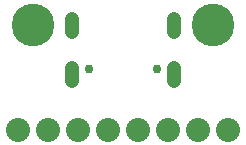
<source format=gbr>
G04 EAGLE Gerber RS-274X export*
G75*
%MOMM*%
%FSLAX34Y34*%
%LPD*%
%INSoldermask Bottom*%
%IPPOS*%
%AMOC8*
5,1,8,0,0,1.08239X$1,22.5*%
G01*
%ADD10C,3.617600*%
%ADD11C,1.209600*%
%ADD12C,0.751600*%
%ADD13C,2.032000*%


D10*
X177800Y114300D03*
X25400Y114300D03*
D11*
X144800Y119240D02*
X144800Y108160D01*
X58400Y108160D02*
X58400Y119240D01*
X58400Y77440D02*
X58400Y66360D01*
X144800Y66360D02*
X144800Y77440D01*
D12*
X72700Y76900D03*
X130500Y76900D03*
D13*
X190500Y25400D03*
X165100Y25400D03*
X139700Y25400D03*
X114300Y25400D03*
X88900Y25400D03*
X63500Y25400D03*
X38100Y25400D03*
X12700Y25400D03*
M02*

</source>
